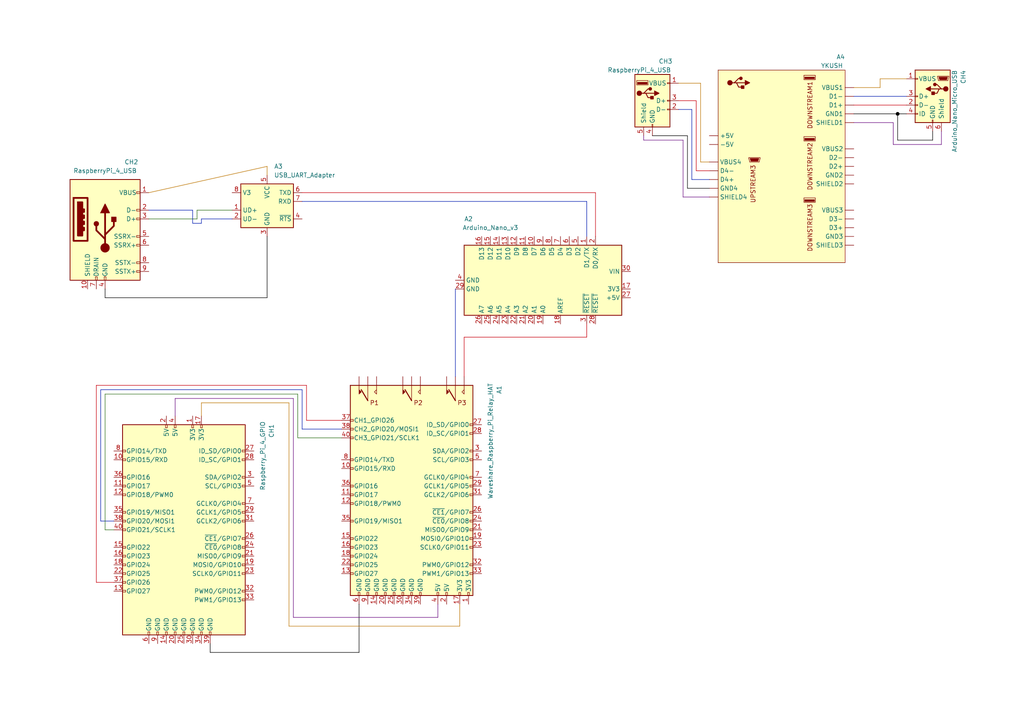
<source format=kicad_sch>
(kicad_sch (version 20211123) (generator eeschema)
  (paper "A4")
  (title_block (title "Arduino Nano DUT") (date "2022-05-09") (company "Huawei Inc.") (comment 1 "SPDX-FileCopyrightText: 2022 Huawei Inc.") (comment 2 "SPDX-License-Identifier: Apache-2.0") (comment 3 "YHUSH USB HUB") (comment 4 "Devices: Raspberry Pi 4B, Arduino Nano BLE, USB-UART addapter, Waveshare RPI Relay HAT,"))
  (lib_symbols
    (symbol "Connector:USB3_A" (pin_names (offset 1.016))
      (property "Reference" "J" (at -10.16 15.24 0))
      (property "Value" "USB3_A" (at 10.16 15.24 0))
      (symbol "USB3_A_0_0"
        (rectangle (start -9.144 8.636) (end -5.08 -3.81) (stroke (width 0.508)))
        (rectangle (start -7.874 7.366) (end -6.604 -2.286) (stroke (width 0.508)) (fill (type outline)))
        (rectangle (start -6.35 0) (end -6.096 -0.762) (stroke (width 0.508)))
        (rectangle (start -6.35 1.778) (end -6.096 1.016) (stroke (width 0.508)))
        (rectangle (start -6.35 3.556) (end -6.096 2.794) (stroke (width 0.508)))
        (rectangle (start -6.35 5.334) (end -6.096 4.572) (stroke (width 0.508)))
        (rectangle (start -2.794 -15.24) (end -2.286 -14.224))
        (rectangle (start -0.254 -15.24) (end 0.254 -14.224))
        (rectangle (start 10.16 -12.446) (end 9.144 -12.954))
        (rectangle (start 10.16 -9.906) (end 9.144 -10.414))
        (rectangle (start 10.16 -4.826) (end 9.144 -5.334))
        (rectangle (start 10.16 -2.286) (end 9.144 -2.794))
        (rectangle (start 10.16 2.794) (end 9.144 2.286))
        (rectangle (start 10.16 5.334) (end 9.144 4.826))
        (rectangle (start 10.16 10.414) (end 9.144 9.906))
      )
      (symbol "USB3_A_0_1"
        (rectangle (start -10.16 13.97) (end 10.16 -15.24) (stroke (width 0.254)) (fill (type background)))
      )
      (symbol "USB3_A_1_1"
        (circle (center -2.54 1.143) (radius 0.635) (stroke (width 0.254)) (fill (type outline)))
        (circle (center 0 -5.842) (radius 1.27) (fill (type outline)))
        (polyline (pts (xy 0 -5.842) (xy 0 4.318)) (stroke (width 0.508)))
        (polyline (pts (xy 0 -3.302) (xy -2.54 -0.762) (xy -2.54 0.508)) (stroke (width 0.508)))
        (polyline (pts (xy 0 -2.032) (xy 2.54 0.508) (xy 2.54 1.778)) (stroke (width 0.508)))
        (polyline (pts (xy -1.27 4.318) (xy 0 6.858) (xy 1.27 4.318) (xy -1.27 4.318)) (stroke (width 0.254)) (fill (type outline)))
        (rectangle (start 1.905 1.778) (end 3.175 3.048) (stroke (width 0.254)) (fill (type outline)))
        (pin power_in line (at 12.7 10.16 180) (length 2.54) (name "VBUS") (number "1"))
        (pin passive line (at -5.08 -17.78 90) (length 2.54) (name "SHIELD") (number "10"))
        (pin bidirectional line (at 12.7 5.08 180) (length 2.54) (name "D-") (number "2"))
        (pin bidirectional line (at 12.7 2.54 180) (length 2.54) (name "D+") (number "3"))
        (pin power_in line (at 0 -17.78 90) (length 2.54) (name "GND") (number "4"))
        (pin output line (at 12.7 -2.54 180) (length 2.54) (name "SSRX-") (number "5"))
        (pin output line (at 12.7 -5.08 180) (length 2.54) (name "SSRX+") (number "6"))
        (pin passive line (at -2.54 -17.78 90) (length 2.54) (name "DRAIN") (number "7"))
        (pin input line (at 12.7 -10.16 180) (length 2.54) (name "SSTX-") (number "8"))
        (pin input line (at 12.7 -12.7 180) (length 2.54) (name "SSTX+") (number "9"))
      )
    )
    (symbol "Connector:USB_A" (pin_names (offset 1.016))
      (property "Reference" "J" (at -5.08 11.43 0))
      (property "Value" "USB_A" (at -5.08 8.89 0))
      (symbol "USB_A_0_1"
        (rectangle (start -5.08 -7.62) (end 5.08 7.62) (stroke (width 0.254)) (fill (type background)))
        (circle (center -3.81 2.159) (radius 0.635) (stroke (width 0.254)) (fill (type outline)))
        (rectangle (start -1.524 4.826) (end -4.318 5.334) (fill (type outline)))
        (rectangle (start -1.27 4.572) (end -4.572 5.842))
        (circle (center -0.635 3.429) (radius 0.381) (stroke (width 0.254)) (fill (type outline)))
        (rectangle (start -0.127 -7.62) (end 0.127 -6.858))
        (polyline (pts (xy -3.175 2.159) (xy -2.54 2.159) (xy -1.27 3.429) (xy -0.635 3.429)) (stroke (width 0.254)))
        (polyline (pts (xy -2.54 2.159) (xy -1.905 2.159) (xy -1.27 0.889) (xy 0 0.889)) (stroke (width 0.254)))
        (polyline (pts (xy 0.635 2.794) (xy 0.635 1.524) (xy 1.905 2.159) (xy 0.635 2.794)) (stroke (width 0.254)) (fill (type outline)))
        (rectangle (start 0.254 1.27) (end -0.508 0.508) (stroke (width 0.254)) (fill (type outline)))
        (rectangle (start 5.08 -2.667) (end 4.318 -2.413))
        (rectangle (start 5.08 -0.127) (end 4.318 0.127))
        (rectangle (start 5.08 4.953) (end 4.318 5.207))
      )
      (symbol "USB_A_1_1"
        (polyline (pts (xy -1.905 2.159) (xy 0.635 2.159)) (stroke (width 0.254)))
        (pin power_in line (at 7.62 5.08 180) (length 2.54) (name "VBUS") (number "1"))
        (pin bidirectional line (at 7.62 -2.54 180) (length 2.54) (name "D-") (number "2"))
        (pin bidirectional line (at 7.62 0 180) (length 2.54) (name "D+") (number "3"))
        (pin power_in line (at 0 -10.16 90) (length 2.54) (name "GND") (number "4"))
        (pin passive line (at -2.54 -10.16 90) (length 2.54) (name "Shield") (number "5"))
      )
    )
    (symbol "Connector:USB_B_Micro" (pin_names (offset 1.016))
      (property "Reference" "J" (at -5.08 11.43 0))
      (property "Value" "USB_B_Micro" (at -5.08 8.89 0))
      (symbol "USB_B_Micro_0_1"
        (rectangle (start -5.08 -7.62) (end 5.08 7.62) (stroke (width 0.254)) (fill (type background)))
        (circle (center -3.81 2.159) (radius 0.635) (stroke (width 0.254)) (fill (type outline)))
        (circle (center -0.635 3.429) (radius 0.381) (stroke (width 0.254)) (fill (type outline)))
        (rectangle (start -0.127 -7.62) (end 0.127 -6.858))
        (polyline (pts (xy -1.905 2.159) (xy 0.635 2.159)) (stroke (width 0.254)))
        (polyline (pts (xy -3.175 2.159) (xy -2.54 2.159) (xy -1.27 3.429) (xy -0.635 3.429)) (stroke (width 0.254)))
        (polyline (pts (xy -2.54 2.159) (xy -1.905 2.159) (xy -1.27 0.889) (xy 0 0.889)) (stroke (width 0.254)))
        (polyline (pts (xy 0.635 2.794) (xy 0.635 1.524) (xy 1.905 2.159) (xy 0.635 2.794)) (stroke (width 0.254)) (fill (type outline)))
        (polyline (pts (xy -4.318 5.588) (xy -1.778 5.588) (xy -2.032 4.826) (xy -4.064 4.826) (xy -4.318 5.588)) (fill (type outline)))
        (polyline (pts (xy -4.699 5.842) (xy -4.699 5.588) (xy -4.445 4.826) (xy -4.445 4.572) (xy -1.651 4.572) (xy -1.651 4.826) (xy -1.397 5.588) (xy -1.397 5.842) (xy -4.699 5.842)))
        (rectangle (start 0.254 1.27) (end -0.508 0.508) (stroke (width 0.254)) (fill (type outline)))
        (rectangle (start 5.08 -5.207) (end 4.318 -4.953))
        (rectangle (start 5.08 -2.667) (end 4.318 -2.413))
        (rectangle (start 5.08 -0.127) (end 4.318 0.127))
        (rectangle (start 5.08 4.953) (end 4.318 5.207))
      )
      (symbol "USB_B_Micro_1_1"
        (pin power_out line (at 7.62 5.08 180) (length 2.54) (name "VBUS") (number "1"))
        (pin bidirectional line (at 7.62 -2.54 180) (length 2.54) (name "D-") (number "2"))
        (pin bidirectional line (at 7.62 0 180) (length 2.54) (name "D+") (number "3"))
        (pin passive line (at 7.62 -5.08 180) (length 2.54) (name "ID") (number "4"))
        (pin power_out line (at 0 -10.16 90) (length 2.54) (name "GND") (number "5"))
        (pin passive line (at -2.54 -10.16 90) (length 2.54) (name "Shield") (number "6"))
      )
    )
    (symbol "Interface_USB:CH330N"
      (property "Reference" "U" (at -7.62 6.35 0))
      (property "Value" "CH330N" (at 7.62 6.35 0))
      (symbol "CH330N_0_1"
        (rectangle (start -7.62 5.08) (end 7.62 -7.62) (stroke (width 0.254)) (fill (type background)))
      )
      (symbol "CH330N_1_1"
        (pin bidirectional line (at -10.16 -2.54 0) (length 2.54) (name "UD+") (number "1"))
        (pin bidirectional line (at -10.16 -5.08 0) (length 2.54) (name "UD-") (number "2"))
        (pin power_in line (at 0 -10.16 90) (length 2.54) (name "GND") (number "3"))
        (pin output line (at 10.16 -5.08 180) (length 2.54) (name "~{RTS}") (number "4"))
        (pin power_in line (at 0 7.62 270) (length 2.54) (name "VCC") (number "5"))
        (pin output line (at 10.16 2.54 180) (length 2.54) (name "TXD") (number "6"))
        (pin input line (at 10.16 0 180) (length 2.54) (name "RXD") (number "7"))
        (pin passive line (at -10.16 2.54 0) (length 2.54) (name "V3") (number "8"))
      )
    )
    (symbol "MCU_Module:Arduino_Nano_v3.x"
      (property "Reference" "A" (at -10.16 23.495 0))
      (property "Value" "Arduino_Nano_v3.x" (at 5.08 -24.13 0))
      (symbol "Arduino_Nano_v3.x_0_1"
        (rectangle (start -10.16 22.86) (end 10.16 -22.86) (stroke (width 0.254)) (fill (type background)))
      )
      (symbol "Arduino_Nano_v3.x_1_1"
        (pin bidirectional line (at -12.7 12.7 0) (length 2.54) (name "D1/TX") (number "1"))
        (pin bidirectional line (at -12.7 -2.54 0) (length 2.54) (name "D7") (number "10"))
        (pin bidirectional line (at -12.7 -5.08 0) (length 2.54) (name "D8") (number "11"))
        (pin bidirectional line (at -12.7 -7.62 0) (length 2.54) (name "D9") (number "12"))
        (pin bidirectional line (at -12.7 -10.16 0) (length 2.54) (name "D10") (number "13"))
        (pin bidirectional line (at -12.7 -12.7 0) (length 2.54) (name "D11") (number "14"))
        (pin bidirectional line (at -12.7 -15.24 0) (length 2.54) (name "D12") (number "15"))
        (pin bidirectional line (at -12.7 -17.78 0) (length 2.54) (name "D13") (number "16"))
        (pin power_out line (at 2.54 25.4 270) (length 2.54) (name "3V3") (number "17"))
        (pin input line (at 12.7 5.08 180) (length 2.54) (name "AREF") (number "18"))
        (pin bidirectional line (at 12.7 0 180) (length 2.54) (name "A0") (number "19"))
        (pin bidirectional line (at -12.7 15.24 0) (length 2.54) (name "D0/RX") (number "2"))
        (pin bidirectional line (at 12.7 -2.54 180) (length 2.54) (name "A1") (number "20"))
        (pin bidirectional line (at 12.7 -5.08 180) (length 2.54) (name "A2") (number "21"))
        (pin bidirectional line (at 12.7 -7.62 180) (length 2.54) (name "A3") (number "22"))
        (pin bidirectional line (at 12.7 -10.16 180) (length 2.54) (name "A4") (number "23"))
        (pin bidirectional line (at 12.7 -12.7 180) (length 2.54) (name "A5") (number "24"))
        (pin bidirectional line (at 12.7 -15.24 180) (length 2.54) (name "A6") (number "25"))
        (pin bidirectional line (at 12.7 -17.78 180) (length 2.54) (name "A7") (number "26"))
        (pin power_out line (at 5.08 25.4 270) (length 2.54) (name "+5V") (number "27"))
        (pin input line (at 12.7 15.24 180) (length 2.54) (name "~{RESET}") (number "28"))
        (pin power_in line (at 2.54 -25.4 90) (length 2.54) (name "GND") (number "29"))
        (pin input line (at 12.7 12.7 180) (length 2.54) (name "~{RESET}") (number "3"))
        (pin power_in line (at -2.54 25.4 270) (length 2.54) (name "VIN") (number "30"))
        (pin power_in line (at 0 -25.4 90) (length 2.54) (name "GND") (number "4"))
        (pin bidirectional line (at -12.7 10.16 0) (length 2.54) (name "D2") (number "5"))
        (pin bidirectional line (at -12.7 7.62 0) (length 2.54) (name "D3") (number "6"))
        (pin bidirectional line (at -12.7 5.08 0) (length 2.54) (name "D4") (number "7"))
        (pin bidirectional line (at -12.7 2.54 0) (length 2.54) (name "D5") (number "8"))
        (pin bidirectional line (at -12.7 0 0) (length 2.54) (name "D6") (number "9"))
      )
    )
    (symbol "OSTC:Waveshare_Raspberry_Pi_Relay_HAT" (pin_names (offset 1.016))
      (property "Reference" "A" (at 20.32 30.48 90))
      (property "Value" "Waveshare_Raspberry_Pi_Relay_HAT" (at 22.86 30.48 90))
      (symbol "Waveshare_Raspberry_Pi_Relay_HAT_0_0"
        (text "P1" (at -10.795 25.4 0) (effects (font (size 1.27 1.27))))
        (text "P2" (at 1.905 25.4 0) (effects (font (size 1.27 1.27))))
        (text "P3" (at 14.605 25.4 0) (effects (font (size 1.27 1.27))))
      )
      (symbol "Waveshare_Raspberry_Pi_Relay_HAT_0_1"
        (rectangle (start -17.78 30.48) (end 17.78 -30.48) (stroke (width 0.254)) (fill (type background)))
        (polyline (pts (xy -14.605 29.21) (xy -12.7 26.035)) (stroke (width 0.3)))
        (polyline (pts (xy -12.7 26.035) (xy -12.7 30.48)))
        (polyline (pts (xy -10.16 31.75) (xy -10.16 31.75)))
        (polyline (pts (xy -1.905 29.21) (xy 0 26.035)) (stroke (width 0.3)))
        (polyline (pts (xy 0 26.035) (xy 0 30.48)))
        (polyline (pts (xy 10.795 29.21) (xy 12.7 26.035)) (stroke (width 0.3)))
        (polyline (pts (xy 12.7 26.035) (xy 12.7 30.48)))
        (polyline (pts (xy -15.24 30.48) (xy -15.24 27.94) (xy -14.605 28.575) (xy -15.24 29.21)) (fill (type outline)))
        (polyline (pts (xy -10.16 30.48) (xy -10.16 27.94) (xy -10.795 28.575) (xy -10.16 29.21)))
        (polyline (pts (xy -2.54 30.48) (xy -2.54 27.94) (xy -1.905 28.575) (xy -2.54 29.21)) (fill (type outline)))
        (polyline (pts (xy 2.54 30.48) (xy 2.54 27.94) (xy 1.905 28.575) (xy 2.54 29.21)))
        (polyline (pts (xy 10.16 30.48) (xy 10.16 27.94) (xy 10.795 28.575) (xy 10.16 29.21)) (fill (type outline)))
        (polyline (pts (xy 15.24 30.48) (xy 15.24 27.94) (xy 14.605 28.575) (xy 15.24 29.21)))
      )
      (symbol "Waveshare_Raspberry_Pi_Relay_HAT_1_1"
        (rectangle (start -16.891 -23.876) (end -17.78 -24.384))
        (rectangle (start -16.891 -21.336) (end -17.78 -21.844))
        (rectangle (start -16.891 -18.796) (end -17.78 -19.304))
        (rectangle (start -16.891 -16.256) (end -17.78 -16.764))
        (rectangle (start -16.891 -13.716) (end -17.78 -14.224))
        (rectangle (start -16.891 -8.636) (end -17.78 -9.144))
        (rectangle (start -16.891 -3.556) (end -17.78 -4.064))
        (rectangle (start -16.891 -1.016) (end -17.78 -1.524))
        (rectangle (start -16.891 1.524) (end -17.78 1.016))
        (rectangle (start -16.891 6.604) (end -17.78 6.096))
        (rectangle (start -16.891 9.144) (end -17.78 8.636))
        (rectangle (start -16.891 15.494) (end -17.78 14.986))
        (rectangle (start -16.891 18.034) (end -17.78 17.526))
        (rectangle (start -16.891 20.574) (end -17.78 20.066))
        (rectangle (start -15.494 -29.591) (end -14.986 -30.48))
        (rectangle (start -12.954 -29.591) (end -12.446 -30.48))
        (rectangle (start -10.414 -29.591) (end -9.906 -30.48))
        (rectangle (start -7.874 -29.591) (end -7.366 -30.48))
        (rectangle (start -5.334 -29.591) (end -4.826 -30.48))
        (rectangle (start -2.794 -29.591) (end -2.286 -30.48))
        (rectangle (start -0.254 -29.591) (end 0.254 -30.48))
        (rectangle (start 2.286 -29.591) (end 2.794 -30.48))
        (rectangle (start 7.874 -30.48) (end 7.366 -29.591))
        (rectangle (start 10.414 -30.48) (end 9.906 -29.591))
        (rectangle (start 14.224 -30.48) (end 13.716 -29.591))
        (rectangle (start 16.764 -30.48) (end 16.256 -29.591))
        (rectangle (start 17.78 -23.876) (end 16.891 -24.384))
        (rectangle (start 17.78 -21.336) (end 16.891 -21.844))
        (rectangle (start 17.78 -16.256) (end 16.891 -16.764))
        (rectangle (start 17.78 -13.716) (end 16.891 -14.224))
        (rectangle (start 17.78 -11.176) (end 16.891 -11.684))
        (rectangle (start 17.78 -8.636) (end 16.891 -9.144))
        (rectangle (start 17.78 -6.096) (end 16.891 -6.604))
        (rectangle (start 17.78 -1.016) (end 16.891 -1.524))
        (rectangle (start 17.78 1.524) (end 16.891 1.016))
        (rectangle (start 17.78 4.064) (end 16.891 3.556))
        (rectangle (start 17.78 9.144) (end 16.891 8.636))
        (rectangle (start 17.78 11.684) (end 16.891 11.176))
        (rectangle (start 17.78 16.764) (end 16.891 16.256))
        (rectangle (start 17.78 19.304) (end 16.891 18.796))
        (pin bidirectional line (at -15.24 33.02 270) (length 2.54) (name "") (number ""))
        (pin bidirectional line (at -12.7 33.02 270) (length 2.54) (name "") (number ""))
        (pin bidirectional line (at -10.16 33.02 270) (length 2.54) (name "") (number ""))
        (pin bidirectional line (at -2.54 33.02 270) (length 2.54) (name "") (number ""))
        (pin bidirectional line (at 0 33.02 270) (length 2.54) (name "") (number ""))
        (pin bidirectional line (at 2.54 33.02 270) (length 2.54) (name "") (number ""))
        (pin bidirectional line (at 10.16 33.02 270) (length 2.54) (name "") (number ""))
        (pin bidirectional line (at 12.7 33.02 270) (length 2.54) (name "") (number ""))
        (pin bidirectional line (at 15.24 33.02 270) (length 2.54) (name "") (number ""))
        (pin power_in line (at 16.51 -33.02 90) (length 2.54) (name "3V3") (number "1"))
        (pin bidirectional line (at -20.32 6.35 0) (length 2.54) (name "GPIO15/RXD") (number "10"))
        (pin bidirectional line (at -20.32 -1.27 0) (length 2.54) (name "GPIO17") (number "11"))
        (pin bidirectional line (at -20.32 -3.81 0) (length 2.54) (name "GPIO18/PWM0") (number "12"))
        (pin bidirectional line (at -20.32 -24.13 0) (length 2.54) (name "GPIO27") (number "13"))
        (pin power_in line (at -10.16 -33.02 90) (length 2.54) (name "GND") (number "14"))
        (pin bidirectional line (at -20.32 -13.97 0) (length 2.54) (name "GPIO22") (number "15"))
        (pin bidirectional line (at -20.32 -16.51 0) (length 2.54) (name "GPIO23") (number "16"))
        (pin power_in line (at 13.97 -33.02 90) (length 2.54) (name "3V3") (number "17"))
        (pin bidirectional line (at -20.32 -19.05 0) (length 2.54) (name "GPIO24") (number "18"))
        (pin bidirectional line (at 20.32 -13.97 180) (length 2.54) (name "MOSI0/GPIO10") (number "19"))
        (pin power_in line (at 10.16 -33.02 90) (length 2.54) (name "5V") (number "2"))
        (pin power_in line (at -7.62 -33.02 90) (length 2.54) (name "GND") (number "20"))
        (pin bidirectional line (at 20.32 -11.43 180) (length 2.54) (name "MISO0/GPIO9") (number "21"))
        (pin bidirectional line (at -20.32 -21.59 0) (length 2.54) (name "GPIO25") (number "22"))
        (pin bidirectional line (at 20.32 -16.51 180) (length 2.54) (name "SCLK0/GPIO11") (number "23"))
        (pin bidirectional line (at 20.32 -8.89 180) (length 2.54) (name "~{CE0}/GPIO8") (number "24"))
        (pin power_in line (at -5.08 -33.02 90) (length 2.54) (name "GND") (number "25"))
        (pin bidirectional line (at 20.32 -6.35 180) (length 2.54) (name "~{CE1}/GPIO7") (number "26"))
        (pin bidirectional line (at 20.32 19.05 180) (length 2.54) (name "ID_SD/GPIO0") (number "27"))
        (pin bidirectional line (at 20.32 16.51 180) (length 2.54) (name "ID_SC/GPIO1") (number "28"))
        (pin bidirectional line (at 20.32 1.27 180) (length 2.54) (name "GCLK1/GPIO5") (number "29"))
        (pin bidirectional line (at 20.32 11.43 180) (length 2.54) (name "SDA/GPIO2") (number "3"))
        (pin power_in line (at -2.54 -33.02 90) (length 2.54) (name "GND") (number "30"))
        (pin bidirectional line (at 20.32 -1.27 180) (length 2.54) (name "GCLK2/GPIO6") (number "31"))
        (pin bidirectional line (at 20.32 -21.59 180) (length 2.54) (name "PWM0/GPIO12") (number "32"))
        (pin bidirectional line (at 20.32 -24.13 180) (length 2.54) (name "PWM1/GPIO13") (number "33"))
        (pin power_in line (at 0 -33.02 90) (length 2.54) (name "GND") (number "34"))
        (pin bidirectional line (at -20.32 -8.89 0) (length 2.54) (name "GPIO19/MISO1") (number "35"))
        (pin bidirectional line (at -20.32 1.27 0) (length 2.54) (name "GPIO16") (number "36"))
        (pin bidirectional line (at -20.32 20.32 0) (length 2.54) (name "CH1_GPIO26") (number "37"))
        (pin bidirectional line (at -20.32 17.78 0) (length 2.54) (name "CH2_GPIO20/MOSI1") (number "38"))
        (pin power_in line (at 2.54 -33.02 90) (length 2.54) (name "GND") (number "39"))
        (pin power_in line (at 7.62 -33.02 90) (length 2.54) (name "5V") (number "4"))
        (pin bidirectional line (at -20.32 15.24 0) (length 2.54) (name "CH3_GPIO21/SCLK1") (number "40"))
        (pin bidirectional line (at 20.32 8.89 180) (length 2.54) (name "SCL/GPIO3") (number "5"))
        (pin power_in line (at -15.24 -33.02 90) (length 2.54) (name "GND") (number "6"))
        (pin bidirectional line (at 20.32 3.81 180) (length 2.54) (name "GCLK0/GPIO4") (number "7"))
        (pin bidirectional line (at -20.32 8.89 0) (length 2.54) (name "GPIO14/TXD") (number "8"))
        (pin power_in line (at -12.7 -33.02 90) (length 2.54) (name "GND") (number "9"))
      )
    )
    (symbol "OSTC:YKUSH"
      (property "Reference" "A" (at 16.51 31.75 0))
      (property "Value" "YKUSH" (at 13.97 29.21 0))
      (symbol "YKUSH_0_0"
        (text "DOWNSTREAM1" (at 7.62 17.78 900) (effects (font (size 1.27 1.27))))
        (text "DOWNSTREAM2" (at 7.62 0 900) (effects (font (size 1.27 1.27))))
        (text "DOWNSTREAM3" (at 7.62 -17.78 900) (effects (font (size 1.27 1.27))))
        (text "UPSTREAM3" (at -8.89 -5.08 900) (effects (font (size 1.27 1.27))))
      )
      (symbol "YKUSH_0_1"
        (rectangle (start -19.05 27.94) (end 17.78 -27.94) (fill (type background)))
        (circle (center -15.621 24.257) (radius 0.635) (stroke (width 0.254)) (fill (type outline)))
        (circle (center -12.446 25.527) (radius 0.381) (stroke (width 0.254)) (fill (type outline)))
        (rectangle (start -11.557 23.368) (end -12.319 22.606) (stroke (width 0.254)) (fill (type outline)))
        (polyline (pts (xy -13.716 24.257) (xy -11.176 24.257)) (stroke (width 0.254)))
        (polyline (pts (xy -14.986 24.257) (xy -14.351 24.257) (xy -13.081 25.527) (xy -12.446 25.527)) (stroke (width 0.254)))
        (polyline (pts (xy -14.351 24.257) (xy -13.716 24.257) (xy -13.081 22.987) (xy -11.811 22.987)) (stroke (width 0.254)))
        (polyline (pts (xy -11.176 24.892) (xy -11.176 23.622) (xy -9.906 24.257) (xy -11.176 24.892)) (stroke (width 0.254)) (fill (type outline)))
        (polyline (pts (xy -9.779 2.286) (xy -7.239 2.286) (xy -7.493 1.524) (xy -9.525 1.524) (xy -9.779 2.286)) (fill (type outline)))
        (polyline (pts (xy -10.16 2.54) (xy -10.16 2.286) (xy -9.906 1.524) (xy -9.906 1.27) (xy -7.112 1.27) (xy -7.112 1.524) (xy -6.858 2.286) (xy -6.858 2.54) (xy -10.16 2.54)))
        (rectangle (start 8.89 -10.16) (end 6.096 -9.652) (fill (type outline)))
        (rectangle (start 8.89 7.62) (end 6.096 8.128) (fill (type outline)))
        (rectangle (start 8.89 25.4) (end 6.096 25.908) (fill (type outline)))
        (rectangle (start 9.144 -10.414) (end 5.842 -9.144))
        (rectangle (start 9.144 7.366) (end 5.842 8.636))
        (rectangle (start 9.144 25.146) (end 5.842 26.416))
      )
      (symbol "YKUSH_1_1"
        (pin power_in line (at -21.59 8.89 0) (length 2.54) (name "+5V") (number ""))
        (pin power_in line (at -21.59 6.35 0) (length 2.54) (name "-5V") (number ""))
        (pin bidirectional line (at 20.32 17.78 180) (length 2.54) (name "D1+") (number ""))
        (pin bidirectional line (at 20.32 20.32 180) (length 2.54) (name "D1-") (number ""))
        (pin bidirectional line (at 20.32 0 180) (length 2.54) (name "D2+") (number ""))
        (pin bidirectional line (at 20.32 2.54 180) (length 2.54) (name "D2-") (number ""))
        (pin bidirectional line (at 20.32 -17.78 180) (length 2.54) (name "D3+") (number ""))
        (pin bidirectional line (at 20.32 -15.24 180) (length 2.54) (name "D3-") (number ""))
        (pin bidirectional line (at -21.59 -3.81 0) (length 2.54) (name "D4+") (number ""))
        (pin bidirectional line (at -21.59 -1.27 0) (length 2.54) (name "D4-") (number ""))
        (pin power_out line (at 20.32 15.24 180) (length 2.54) (name "GND1") (number ""))
        (pin power_out line (at 20.32 -2.54 180) (length 2.54) (name "GND2") (number ""))
        (pin power_out line (at 20.32 -20.32 180) (length 2.54) (name "GND3") (number ""))
        (pin power_in line (at -21.59 -6.35 0) (length 2.54) (name "GND4") (number ""))
        (pin passive line (at 20.32 12.7 180) (length 2.54) (name "SHIELD1") (number ""))
        (pin passive line (at 20.32 -5.08 180) (length 2.54) (name "SHIELD2") (number ""))
        (pin passive line (at 20.32 -22.86 180) (length 2.54) (name "SHIELD3") (number ""))
        (pin passive line (at -21.59 -8.89 0) (length 2.54) (name "SHIELD4") (number ""))
        (pin power_out line (at 20.32 22.86 180) (length 2.54) (name "VBUS1") (number ""))
        (pin power_out line (at 20.32 5.08 180) (length 2.54) (name "VBUS2") (number ""))
        (pin power_out line (at 20.32 -12.7 180) (length 2.54) (name "VBUS3") (number ""))
        (pin power_in line (at -21.59 1.27 0) (length 2.54) (name "VBUS4") (number ""))
      )
    )
    (symbol "Raspberry_Pi_2_3_1" (pin_names (offset 1.016))
      (property "Reference" "J" (at -17.78 31.75 0))
      (property "Value" "Raspberry_Pi_2_3_1" (at 10.16 -31.75 0))
      (symbol "Raspberry_Pi_2_3_1_0_1"
        (rectangle (start -17.78 30.48) (end 17.78 -30.48) (stroke (width 0.254)) (fill (type background)))
      )
      (symbol "Raspberry_Pi_2_3_1_1_1"
        (rectangle (start -16.891 -17.526) (end -17.78 -18.034))
        (rectangle (start -16.891 -14.986) (end -17.78 -15.494))
        (rectangle (start -16.891 -12.446) (end -17.78 -12.954))
        (rectangle (start -16.891 -9.906) (end -17.78 -10.414))
        (rectangle (start -16.891 -7.366) (end -17.78 -7.874))
        (rectangle (start -16.891 -4.826) (end -17.78 -5.334))
        (rectangle (start -16.891 0.254) (end -17.78 -0.254))
        (rectangle (start -16.891 2.794) (end -17.78 2.286))
        (rectangle (start -16.891 5.334) (end -17.78 4.826))
        (rectangle (start -16.891 10.414) (end -17.78 9.906))
        (rectangle (start -16.891 12.954) (end -17.78 12.446))
        (rectangle (start -16.891 15.494) (end -17.78 14.986))
        (rectangle (start -16.891 20.574) (end -17.78 20.066))
        (rectangle (start -16.891 23.114) (end -17.78 22.606))
        (rectangle (start -10.414 -29.591) (end -9.906 -30.48))
        (rectangle (start -7.874 -29.591) (end -7.366 -30.48))
        (rectangle (start -5.334 -29.591) (end -4.826 -30.48))
        (rectangle (start -5.334 30.48) (end -4.826 29.591))
        (rectangle (start -2.794 -29.591) (end -2.286 -30.48))
        (rectangle (start -2.794 30.48) (end -2.286 29.591))
        (rectangle (start -0.254 -29.591) (end 0.254 -30.48))
        (rectangle (start 2.286 -29.591) (end 2.794 -30.48))
        (rectangle (start 2.286 30.48) (end 2.794 29.591))
        (rectangle (start 4.826 -29.591) (end 5.334 -30.48))
        (rectangle (start 4.826 30.48) (end 5.334 29.591))
        (rectangle (start 7.366 -29.591) (end 7.874 -30.48))
        (rectangle (start 17.78 -20.066) (end 16.891 -20.574))
        (rectangle (start 17.78 -17.526) (end 16.891 -18.034))
        (rectangle (start 17.78 -12.446) (end 16.891 -12.954))
        (rectangle (start 17.78 -9.906) (end 16.891 -10.414))
        (rectangle (start 17.78 -7.366) (end 16.891 -7.874))
        (rectangle (start 17.78 -4.826) (end 16.891 -5.334))
        (rectangle (start 17.78 -2.286) (end 16.891 -2.794))
        (rectangle (start 17.78 2.794) (end 16.891 2.286))
        (rectangle (start 17.78 5.334) (end 16.891 4.826))
        (rectangle (start 17.78 7.874) (end 16.891 7.366))
        (rectangle (start 17.78 12.954) (end 16.891 12.446))
        (rectangle (start 17.78 15.494) (end 16.891 14.986))
        (rectangle (start 17.78 20.574) (end 16.891 20.066))
        (rectangle (start 17.78 23.114) (end 16.891 22.606))
        (pin power_in line (at 2.54 33.02 270) (length 2.54) (name "3V3") (number "1"))
        (pin bidirectional line (at -20.32 20.32 0) (length 2.54) (name "GPIO15/RXD") (number "10"))
        (pin bidirectional line (at -20.32 12.7 0) (length 2.54) (name "GPIO17") (number "11"))
        (pin bidirectional line (at -20.32 10.16 0) (length 2.54) (name "GPIO18/PWM0") (number "12"))
        (pin bidirectional line (at -20.32 -17.78 0) (length 2.54) (name "GPIO27") (number "13"))
        (pin power_in line (at -5.08 -33.02 90) (length 2.54) (name "GND") (number "14"))
        (pin bidirectional line (at -20.32 -5.08 0) (length 2.54) (name "GPIO22") (number "15"))
        (pin bidirectional line (at -20.32 -7.62 0) (length 2.54) (name "GPIO23") (number "16"))
        (pin power_in line (at 5.08 33.02 270) (length 2.54) (name "3V3") (number "17"))
        (pin bidirectional line (at -20.32 -10.16 0) (length 2.54) (name "GPIO24") (number "18"))
        (pin bidirectional line (at 20.32 -10.16 180) (length 2.54) (name "MOSI0/GPIO10") (number "19"))
        (pin power_in line (at -5.08 33.02 270) (length 2.54) (name "5V") (number "2"))
        (pin power_in line (at -2.54 -33.02 90) (length 2.54) (name "GND") (number "20"))
        (pin bidirectional line (at 20.32 -7.62 180) (length 2.54) (name "MISO0/GPIO9") (number "21"))
        (pin bidirectional line (at -20.32 -12.7 0) (length 2.54) (name "GPIO25") (number "22"))
        (pin bidirectional line (at 20.32 -12.7 180) (length 2.54) (name "SCLK0/GPIO11") (number "23"))
        (pin bidirectional line (at 20.32 -5.08 180) (length 2.54) (name "~{CE0}/GPIO8") (number "24"))
        (pin power_in line (at 0 -33.02 90) (length 2.54) (name "GND") (number "25"))
        (pin bidirectional line (at 20.32 -2.54 180) (length 2.54) (name "~{CE1}/GPIO7") (number "26"))
        (pin bidirectional line (at 20.32 22.86 180) (length 2.54) (name "ID_SD/GPIO0") (number "27"))
        (pin bidirectional line (at 20.32 20.32 180) (length 2.54) (name "ID_SC/GPIO1") (number "28"))
        (pin bidirectional line (at 20.32 5.08 180) (length 2.54) (name "GCLK1/GPIO5") (number "29"))
        (pin bidirectional line (at 20.32 15.24 180) (length 2.54) (name "SDA/GPIO2") (number "3"))
        (pin power_in line (at 2.54 -33.02 90) (length 2.54) (name "GND") (number "30"))
        (pin bidirectional line (at 20.32 2.54 180) (length 2.54) (name "GCLK2/GPIO6") (number "31"))
        (pin bidirectional line (at 20.32 -17.78 180) (length 2.54) (name "PWM0/GPIO12") (number "32"))
        (pin bidirectional line (at 20.32 -20.32 180) (length 2.54) (name "PWM1/GPIO13") (number "33"))
        (pin power_in line (at 5.08 -33.02 90) (length 2.54) (name "GND") (number "34"))
        (pin bidirectional line (at -20.32 5.08 0) (length 2.54) (name "GPIO19/MISO1") (number "35"))
        (pin bidirectional line (at -20.32 15.24 0) (length 2.54) (name "GPIO16") (number "36"))
        (pin bidirectional line (at -20.32 -15.24 0) (length 2.54) (name "GPIO26") (number "37"))
        (pin bidirectional line (at -20.32 2.54 0) (length 2.54) (name "GPIO20/MOSI1") (number "38"))
        (pin power_in line (at 7.62 -33.02 90) (length 2.54) (name "GND") (number "39"))
        (pin power_in line (at -2.54 33.02 270) (length 2.54) (name "5V") (number "4"))
        (pin bidirectional line (at -20.32 0 0) (length 2.54) (name "GPIO21/SCLK1") (number "40"))
        (pin bidirectional line (at 20.32 12.7 180) (length 2.54) (name "SCL/GPIO3") (number "5"))
        (pin power_in line (at -10.16 -33.02 90) (length 2.54) (name "GND") (number "6"))
        (pin bidirectional line (at 20.32 7.62 180) (length 2.54) (name "GCLK0/GPIO4") (number "7"))
        (pin bidirectional line (at -20.32 22.86 0) (length 2.54) (name "GPIO14/TXD") (number "8"))
        (pin power_in line (at -7.62 -33.02 90) (length 2.54) (name "GND") (number "9"))
      )
    )
  )
  (junction (at 260.35 33.02) (color 0 0 0 1))
  (wire (pts (xy 30.48 86.36) (xy 77.47 86.36)) (stroke (width 0) (color 0 0 0 1)))
  (wire (pts (xy 203.2 24.13) (xy 196.85 24.13)) (stroke (width 0) (color 189 118 4 1)))
  (wire (pts (xy 205.74 46.99) (xy 203.2 46.99)) (stroke (width 0) (color 189 118 4 1)))
  (wire (pts (xy 58.42 64.77) (xy 55.88 64.77)) (stroke (width 0) (color 0 26 175 1)))
  (wire (pts (xy 247.65 35.56) (xy 259.08 35.56)) (stroke (width 0) (color 104 10 128 1)))
  (wire (pts (xy 186.69 39.37) (xy 186.69 40.64)) (stroke (width 0) (color 104 10 128 1)))
  (wire (pts (xy 27.94 168.91) (xy 33.02 168.91)) (stroke (width 0) (color 200 0 13 1)))
  (wire (pts (xy 43.18 55.88) (xy 77.47 48.26)) (stroke (width 0) (color 189 118 4 1)))
  (wire (pts (xy 87.63 58.42) (xy 170.18 58.42)) (stroke (width 0) (color 0 26 175 1)))
  (wire (pts (xy 99.06 127) (xy 86.36 127)) (stroke (width 0) (color 44 109 23 1)))
  (wire (pts (xy 205.74 57.15) (xy 198.12 57.15)) (stroke (width 0) (color 104 10 128 1)))
  (wire (pts (xy 259.08 35.56) (xy 259.08 41.91)) (stroke (width 0) (color 104 10 128 1)))
  (wire (pts (xy 170.18 97.79) (xy 134.62 97.79)) (stroke (width 0) (color 200 0 13 1)))
  (wire (pts (xy 203.2 46.99) (xy 203.2 24.13)) (stroke (width 0) (color 189 118 4 1)))
  (wire (pts (xy 255.27 22.86) (xy 262.89 22.86)) (stroke (width 0) (color 189 118 4 1)))
  (wire (pts (xy 77.47 50.8) (xy 77.47 48.26)) (stroke (width 0) (color 189 118 4 1)))
  (wire (pts (xy 199.39 39.37) (xy 199.39 54.61)) (stroke (width 0) (color 0 0 0 1)))
  (wire (pts (xy 198.12 57.15) (xy 198.12 40.64)) (stroke (width 0) (color 104 10 128 1)))
  (wire (pts (xy 57.15 60.96) (xy 67.31 60.96)) (stroke (width 0) (color 44 109 23 1)))
  (wire (pts (xy 132.08 83.82) (xy 132.08 109.22)) (stroke (width 0) (color 0 26 175 1)))
  (wire (pts (xy 262.89 33.02) (xy 260.35 33.02)) (stroke (width 0) (color 0 0 0 1)))
  (wire (pts (xy 55.88 60.96) (xy 43.18 60.96)) (stroke (width 0) (color 0 26 175 1)))
  (wire (pts (xy 87.63 55.88) (xy 172.72 55.88)) (stroke (width 0) (color 200 0 13 1)))
  (wire (pts (xy 30.48 153.67) (xy 33.02 153.67)) (stroke (width 0) (color 44 109 23 1)))
  (wire (pts (xy 198.12 40.64) (xy 186.69 40.64)) (stroke (width 0) (color 104 10 128 1)))
  (wire (pts (xy 86.36 127) (xy 86.36 114.3)) (stroke (width 0) (color 44 109 23 1)))
  (wire (pts (xy 196.85 31.75) (xy 200.66 31.75)) (stroke (width 0) (color 0 26 175 1)))
  (wire (pts (xy 50.8 120.65) (xy 50.8 115.57)) (stroke (width 0) (color 104 10 128 1)))
  (wire (pts (xy 247.65 30.48) (xy 262.89 30.48)) (stroke (width 0) (color 200 0 13 1)))
  (wire (pts (xy 201.93 29.21) (xy 201.93 49.53)) (stroke (width 0) (color 200 0 13 1)))
  (wire (pts (xy 134.62 97.79) (xy 134.62 109.22)) (stroke (width 0) (color 200 0 13 1)))
  (wire (pts (xy 200.66 52.07) (xy 200.66 31.75)) (stroke (width 0) (color 0 26 175 1)))
  (wire (pts (xy 85.09 115.57) (xy 85.09 179.07)) (stroke (width 0) (color 104 10 128 1)))
  (wire (pts (xy 172.72 55.88) (xy 172.72 68.58)) (stroke (width 0) (color 200 0 13 1)))
  (wire (pts (xy 99.06 124.46) (xy 87.63 124.46)) (stroke (width 0) (color 0 26 175 1)))
  (wire (pts (xy 127 179.07) (xy 127 175.26)) (stroke (width 0) (color 104 10 128 1)))
  (wire (pts (xy 170.18 93.98) (xy 170.18 97.79)) (stroke (width 0) (color 200 0 13 1)))
  (wire (pts (xy 55.88 64.77) (xy 55.88 60.96)) (stroke (width 0) (color 0 26 175 1)))
  (wire (pts (xy 247.65 25.4) (xy 255.27 25.4)) (stroke (width 0) (color 189 118 4 1)))
  (wire (pts (xy 260.35 40.64) (xy 270.51 40.64)) (stroke (width 0) (color 0 0 0 1)))
  (wire (pts (xy 88.9 121.92) (xy 88.9 111.76)) (stroke (width 0) (color 200 0 13 1)))
  (wire (pts (xy 247.65 27.94) (xy 262.89 27.94)) (stroke (width 0) (color 0 26 175 1)))
  (wire (pts (xy 87.63 113.03) (xy 29.21 113.03)) (stroke (width 0) (color 0 26 175 1)))
  (wire (pts (xy 133.35 181.61) (xy 83.82 181.61)) (stroke (width 0) (color 189 118 4 1)))
  (wire (pts (xy 99.06 121.92) (xy 88.9 121.92)) (stroke (width 0) (color 200 0 13 1)))
  (wire (pts (xy 87.63 124.46) (xy 87.63 113.03)) (stroke (width 0) (color 0 26 175 1)))
  (wire (pts (xy 67.31 63.5) (xy 58.42 63.5)) (stroke (width 0) (color 0 26 175 1)))
  (wire (pts (xy 260.35 33.02) (xy 260.35 40.64)) (stroke (width 0) (color 0 0 0 1)))
  (wire (pts (xy 58.42 116.84) (xy 58.42 120.65)) (stroke (width 0) (color 189 118 4 1)))
  (wire (pts (xy 88.9 111.76) (xy 27.94 111.76)) (stroke (width 0) (color 200 0 13 1)))
  (wire (pts (xy 104.14 189.23) (xy 60.96 189.23)) (stroke (width 0) (color 0 0 0 1)))
  (wire (pts (xy 199.39 54.61) (xy 205.74 54.61)) (stroke (width 0) (color 0 0 0 1)))
  (wire (pts (xy 85.09 179.07) (xy 127 179.07)) (stroke (width 0) (color 104 10 128 1)))
  (wire (pts (xy 43.18 63.5) (xy 57.15 63.5)) (stroke (width 0) (color 44 109 23 1)))
  (wire (pts (xy 30.48 83.82) (xy 30.48 86.36)) (stroke (width 0) (color 0 0 0 1)))
  (wire (pts (xy 29.21 113.03) (xy 29.21 151.13)) (stroke (width 0) (color 0 26 175 1)))
  (wire (pts (xy 196.85 29.21) (xy 201.93 29.21)) (stroke (width 0) (color 200 0 13 1)))
  (wire (pts (xy 270.51 38.1) (xy 270.51 40.64)) (stroke (width 0) (color 0 0 0 1)))
  (wire (pts (xy 30.48 114.3) (xy 30.48 153.67)) (stroke (width 0) (color 44 109 23 1)))
  (wire (pts (xy 83.82 181.61) (xy 83.82 116.84)) (stroke (width 0) (color 189 118 4 1)))
  (wire (pts (xy 104.14 175.26) (xy 104.14 189.23)) (stroke (width 0) (color 0 0 0 1)))
  (wire (pts (xy 247.65 33.02) (xy 260.35 33.02)) (stroke (width 0) (color 0 0 0 1)))
  (wire (pts (xy 29.21 151.13) (xy 33.02 151.13)) (stroke (width 0) (color 0 26 175 1)))
  (wire (pts (xy 58.42 63.5) (xy 58.42 64.77)) (stroke (width 0) (color 0 26 175 1)))
  (wire (pts (xy 255.27 25.4) (xy 255.27 22.86)) (stroke (width 0) (color 189 118 4 1)))
  (wire (pts (xy 273.05 41.91) (xy 273.05 38.1)) (stroke (width 0) (color 104 10 128 1)))
  (wire (pts (xy 27.94 111.76) (xy 27.94 168.91)) (stroke (width 0) (color 200 0 13 1)))
  (wire (pts (xy 170.18 58.42) (xy 170.18 68.58)) (stroke (width 0) (color 0 26 175 1)))
  (wire (pts (xy 133.35 175.26) (xy 133.35 181.61)) (stroke (width 0) (color 189 118 4 1)))
  (wire (pts (xy 86.36 114.3) (xy 30.48 114.3)) (stroke (width 0) (color 44 109 23 1)))
  (wire (pts (xy 259.08 41.91) (xy 273.05 41.91)) (stroke (width 0) (color 104 10 128 1)))
  (wire (pts (xy 205.74 52.07) (xy 200.66 52.07)) (stroke (width 0) (color 0 26 175 1)))
  (wire (pts (xy 60.96 189.23) (xy 60.96 186.69)) (stroke (width 0) (color 0 0 0 1)))
  (wire (pts (xy 57.15 63.5) (xy 57.15 60.96)) (stroke (width 0) (color 44 109 23 1)))
  (wire (pts (xy 189.23 39.37) (xy 199.39 39.37)) (stroke (width 0) (color 0 0 0 1)))
  (wire (pts (xy 50.8 115.57) (xy 85.09 115.57)) (stroke (width 0) (color 104 10 128 1)))
  (wire (pts (xy 77.47 68.58) (xy 77.47 86.36)) (stroke (width 0) (color 0 0 0 1)))
  (wire (pts (xy 201.93 49.53) (xy 205.74 49.53)) (stroke (width 0) (color 200 0 13 1)))
  (wire (pts (xy 83.82 116.84) (xy 58.42 116.84)) (stroke (width 0) (color 189 118 4 1)))
  (symbol (lib_id "Connector:USB3_A") (at 30.48 66.04 0) (unit 1)
    (property "Reference" "CH2" (at 38.1 46.99 0))
    (property "Value" "RaspberryPi_4_USB" (at 30.48 49.53 0))
  )
  (symbol (lib_id "Interface_USB:CH330N") (at 77.47 58.42 0) (unit 1)
    (property "Reference" "A3" (at 79.4894 48.26 0) (effects (justify left)))
    (property "Value" "USB_UART_Adapter" (at 79.4894 50.8 0) (effects (justify left)))
    (property "Footprint" "Package_SO:SOIC-8_3.9x4.9mm_P1.27mm" (effects hide))
    (property "Datasheet" "http://www.wch.cn/downloads/file/240.html" (effects hide))
  )
  (symbol (lib_id "MCU_Module:Arduino_Nano_v3.x") (at 157.48 81.28 270) (unit 1)
    (property "Reference" "A2" (at 135.89 63.5 90))
    (property "Value" "Arduino_Nano_v3" (at 142.24 66.04 90))
    (property "Footprint" "Module:Arduino_Nano" (effects hide))
    (property "Datasheet" "http://www.mouser.com/pdfdocs/Gravitech_Arduino_Nano3_0.pdf" (effects hide))
  )
  (symbol (lib_id "OSTC:Waveshare_Raspberry_Pi_Relay_HAT") (at 119.38 142.24 0) (unit 1)
    (property "Reference" "A1" (at 144.78 114.3 90) (effects (justify left)))
    (property "Value" "Waveshare_Raspberry_Pi_Relay_HAT" (at 142.24 144.78 90) (effects (justify left)))
    (property "Datasheet" "https://www.waveshare.com/w/upload/d/d7/RPi-Relay-Board-Schematic.pdf" (effects hide))
  )
  (symbol (lib_id "Connector:USB_A") (at 189.23 29.21 0) (unit 1)
    (property "Reference" "CH3" (at 193.04 17.78 0))
    (property "Value" "RaspberryPi_4_USB" (at 185.42 20.32 0))
    (property "Datasheet" " ~" (effects hide))
  )
  (symbol (lib_id "Connector:USB_B_Micro") (at 270.51 27.94 0) (mirror y) (unit 1)
    (property "Reference" "CH4" (at 279.4 20.32 90) (effects (justify right)))
    (property "Value" "Arduino_Nano_Micro_USB" (at 276.86 20.32 90) (effects (justify right)))
  )
  (symbol (lib_name "Raspberry_Pi_2_3_1") (lib_id "Connector:Raspberry_Pi_2_3") (at 53.34 153.67 0) (unit 1)
    (property "Reference" "CH1" (at 78.74 127 90) (effects (justify left)))
    (property "Value" "Raspberry_Pi_4_GPIO" (at 76.2 142.24 90) (effects (justify left)))
    (property "Datasheet" "https://www.raspberrypi.org/documentation/hardware/raspberrypi/schematics/rpi_SCH_3bplus_1p0_reduced.pdf" (effects hide))
  )
  (symbol (lib_id "OSTC:YKUSH") (at 227.33 48.26 0) (unit 1)
    (property "Reference" "A4" (at 243.84 16.51 0))
    (property "Value" "YKUSH" (at 241.3 19.05 0))
    (property "Datasheet" "https://www.yepkit.com/uploads/documents/aa99b_schematics.zip" (effects hide))
  )
)
</source>
